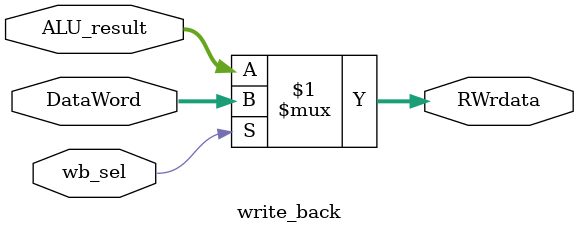
<source format=v>
module write_back(
    input [31:0] ALU_result,
    input [31:0]DataWord,
    //control unit
    input wb_sel,
    output [31:0]RWrdata

);
//wb_sel 0->ALU_result  1->DataWord

assign RWrdata = (wb_sel)? DataWord:ALU_result; // data back to register 

endmodule
</source>
